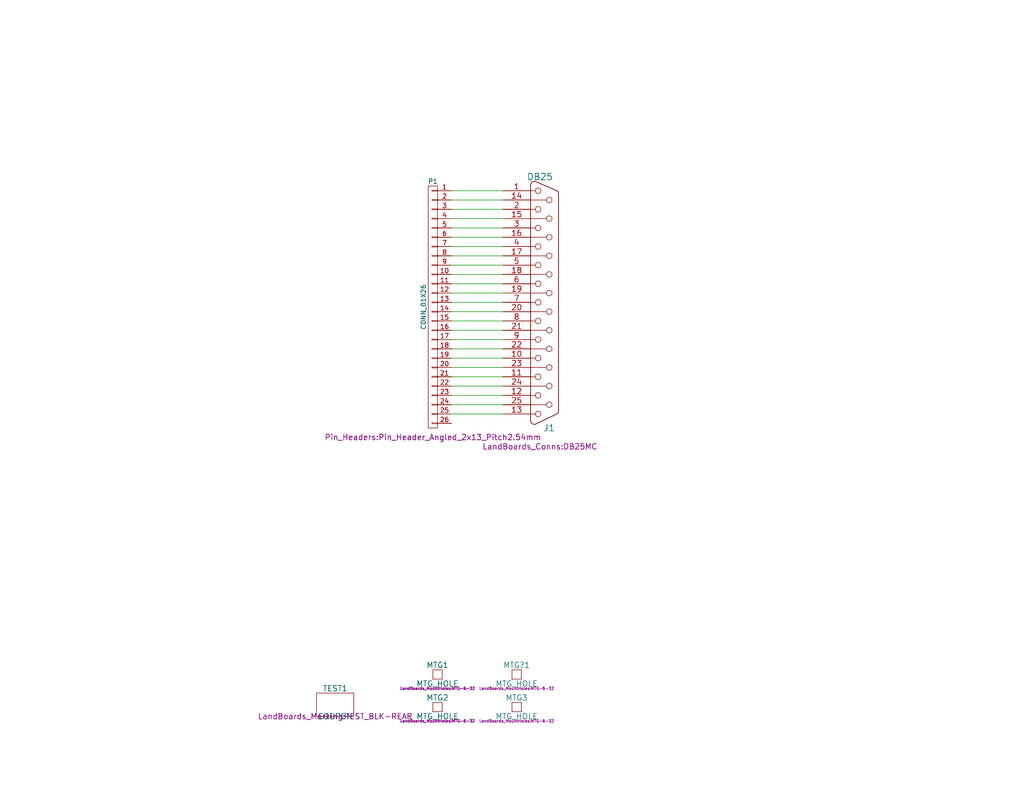
<source format=kicad_sch>
(kicad_sch (version 20211123) (generator eeschema)
  (paper "A")
  (title_block (title "DB25 RIBBON ADAPTER") (date "2022-06-18") (rev "X1") (company "land-boards.com"))
  (lib_symbols
    (symbol "DB25RIBBONADAPTER-rescue:CONN_01X26" (pin_names (offset 1.016) hide)
      (property "Reference" "P" (at 0 34.29 0))
      (property "Value" "CONN_01X26" (at 2.54 0 90))
      (symbol "CONN_01X26_0_1"
        (rectangle (start -1.27 -33.02) (end 1.27 33.02))
        (rectangle (start -1.27 -31.623) (end 0.254 -31.877))
        (rectangle (start -1.27 -29.083) (end 0.254 -29.337))
        (rectangle (start -1.27 -26.543) (end 0.254 -26.797))
        (rectangle (start -1.27 -24.003) (end 0.254 -24.257))
        (rectangle (start -1.27 -21.463) (end 0.254 -21.717))
        (rectangle (start -1.27 -18.923) (end 0.254 -19.177))
        (rectangle (start -1.27 -16.383) (end 0.254 -16.637))
        (rectangle (start -1.27 -13.843) (end 0.254 -14.097))
        (rectangle (start -1.27 -11.303) (end 0.254 -11.557))
        (rectangle (start -1.27 -8.763) (end 0.254 -9.017))
        (rectangle (start -1.27 -6.223) (end 0.254 -6.477))
        (rectangle (start -1.27 -3.683) (end 0.254 -3.937))
        (rectangle (start -1.27 -1.143) (end 0.254 -1.397))
        (rectangle (start -1.27 1.397) (end 0.254 1.143))
        (rectangle (start -1.27 3.937) (end 0.254 3.683))
        (rectangle (start -1.27 6.477) (end 0.254 6.223))
        (rectangle (start -1.27 9.017) (end 0.254 8.763))
        (rectangle (start -1.27 11.557) (end 0.254 11.303))
        (rectangle (start -1.27 14.097) (end 0.254 13.843))
        (rectangle (start -1.27 16.637) (end 0.254 16.383))
        (rectangle (start -1.27 19.177) (end 0.254 18.923))
        (rectangle (start -1.27 21.717) (end 0.254 21.463))
        (rectangle (start -1.27 24.257) (end 0.254 24.003))
        (rectangle (start -1.27 26.797) (end 0.254 26.543))
        (rectangle (start -1.27 29.337) (end 0.254 29.083))
        (rectangle (start -1.27 31.877) (end 0.254 31.623))
      )
      (symbol "CONN_01X26_1_1"
        (pin passive line (at -5.08 31.75 0) (length 3.81) (name "P1") (number "1"))
        (pin passive line (at -5.08 8.89 0) (length 3.81) (name "P10") (number "10"))
        (pin passive line (at -5.08 6.35 0) (length 3.81) (name "P11") (number "11"))
        (pin passive line (at -5.08 3.81 0) (length 3.81) (name "P12") (number "12"))
        (pin passive line (at -5.08 1.27 0) (length 3.81) (name "P13") (number "13"))
        (pin passive line (at -5.08 -1.27 0) (length 3.81) (name "P14") (number "14"))
        (pin passive line (at -5.08 -3.81 0) (length 3.81) (name "P15") (number "15"))
        (pin passive line (at -5.08 -6.35 0) (length 3.81) (name "P16") (number "16"))
        (pin passive line (at -5.08 -8.89 0) (length 3.81) (name "P17") (number "17"))
        (pin passive line (at -5.08 -11.43 0) (length 3.81) (name "P18") (number "18"))
        (pin passive line (at -5.08 -13.97 0) (length 3.81) (name "P19") (number "19"))
        (pin passive line (at -5.08 29.21 0) (length 3.81) (name "P2") (number "2"))
        (pin passive line (at -5.08 -16.51 0) (length 3.81) (name "P20") (number "20"))
        (pin passive line (at -5.08 -19.05 0) (length 3.81) (name "P21") (number "21"))
        (pin passive line (at -5.08 -21.59 0) (length 3.81) (name "P22") (number "22"))
        (pin passive line (at -5.08 -24.13 0) (length 3.81) (name "P23") (number "23"))
        (pin passive line (at -5.08 -26.67 0) (length 3.81) (name "P24") (number "24"))
        (pin passive line (at -5.08 -29.21 0) (length 3.81) (name "P25") (number "25"))
        (pin passive line (at -5.08 -31.75 0) (length 3.81) (name "P26") (number "26"))
        (pin passive line (at -5.08 26.67 0) (length 3.81) (name "P3") (number "3"))
        (pin passive line (at -5.08 24.13 0) (length 3.81) (name "P4") (number "4"))
        (pin passive line (at -5.08 21.59 0) (length 3.81) (name "P5") (number "5"))
        (pin passive line (at -5.08 19.05 0) (length 3.81) (name "P6") (number "6"))
        (pin passive line (at -5.08 16.51 0) (length 3.81) (name "P7") (number "7"))
        (pin passive line (at -5.08 13.97 0) (length 3.81) (name "P8") (number "8"))
        (pin passive line (at -5.08 11.43 0) (length 3.81) (name "P9") (number "9"))
      )
    )
    (symbol "DB25RIBBONADAPTER-rescue:COUPON" (pin_names (offset 1.016))
      (property "Reference" "COUP?" (at 0 0 0))
      (property "Value" "COUPON" (at 0 0 0))
      (symbol "COUPON_0_1"
        (rectangle (start -5.08 0) (end 5.08 6.35))
      )
    )
    (symbol "DB25RIBBONADAPTER-rescue:DB25" (pin_names (offset 1.016) hide)
      (property "Reference" "J" (at 1.27 34.29 0))
      (property "Value" "DB25" (at -1.27 -34.29 0))
      (symbol "DB25_0_1"
        (arc (start -3.81 -32.004) (mid -3.4118 -32.8103) (end -2.54 -33.02) (stroke (width 0.2032)))
        (arc (start -2.54 33.274) (mid -3.4192 33.0712) (end -3.81 32.258) (stroke (width 0.2032)))
        (circle (center -1.778 -30.48) (radius 0.762))
        (circle (center -1.778 -25.4) (radius 0.762))
        (circle (center -1.778 -20.32) (radius 0.762))
        (circle (center -1.778 -15.24) (radius 0.762))
        (circle (center -1.778 -10.16) (radius 0.762))
        (circle (center -1.778 -5.08) (radius 0.762))
        (circle (center -1.778 0) (radius 0.762))
        (circle (center -1.778 5.08) (radius 0.762))
        (circle (center -1.778 10.16) (radius 0.762))
        (circle (center -1.778 15.24) (radius 0.762))
        (circle (center -1.778 20.32) (radius 0.762))
        (circle (center -1.778 25.4) (radius 0.762))
        (circle (center -1.778 30.48) (radius 0.762))
        (polyline (pts (xy -3.81 -32.004) (xy -3.81 32.258)) (stroke (width 0.2032)))
        (polyline (pts (xy -3.81 -30.48) (xy -2.54 -30.48)))
        (polyline (pts (xy -3.81 -27.94) (xy 0.508 -27.94)))
        (polyline (pts (xy -3.81 -25.4) (xy -2.54 -25.4)))
        (polyline (pts (xy -3.81 -22.86) (xy 0.508 -22.86)))
        (polyline (pts (xy -3.81 -20.32) (xy -2.54 -20.32)))
        (polyline (pts (xy -3.81 -17.78) (xy 0.508 -17.78)))
        (polyline (pts (xy -3.81 -15.24) (xy -2.54 -15.24)))
        (polyline (pts (xy -3.81 -12.7) (xy 0.508 -12.7)))
        (polyline (pts (xy -3.81 -10.16) (xy -2.54 -10.16)))
        (polyline (pts (xy -3.81 -7.62) (xy 0.508 -7.62)))
        (polyline (pts (xy -3.81 -5.08) (xy -2.54 -5.08)))
        (polyline (pts (xy -3.81 -2.54) (xy 0.508 -2.54)))
        (polyline (pts (xy -3.81 0) (xy -2.54 0)))
        (polyline (pts (xy -3.81 2.54) (xy 0.508 2.54)))
        (polyline (pts (xy -3.81 5.08) (xy -2.54 5.08)))
        (polyline (pts (xy -3.81 7.62) (xy 0.508 7.62)))
        (polyline (pts (xy -3.81 10.16) (xy -2.54 10.16)))
        (polyline (pts (xy -3.81 12.7) (xy 0.508 12.7)))
        (polyline (pts (xy -3.81 15.24) (xy -2.54 15.24)))
        (polyline (pts (xy -3.81 17.78) (xy 0.508 17.78)))
        (polyline (pts (xy -3.81 20.32) (xy -2.54 20.32)))
        (polyline (pts (xy -3.81 22.86) (xy 0.508 22.86)))
        (polyline (pts (xy -3.81 25.4) (xy -2.54 25.4)))
        (polyline (pts (xy -3.81 27.94) (xy 0.508 27.94)))
        (polyline (pts (xy -3.81 30.48) (xy -2.54 30.48)))
        (polyline (pts (xy -2.54 -33.02) (xy 3.302 -30.48)) (stroke (width 0.2032)))
        (polyline (pts (xy 3.302 30.48) (xy -2.54 33.274)) (stroke (width 0.2032)))
        (polyline (pts (xy 3.81 -29.718) (xy 3.81 29.718)) (stroke (width 0.2032)))
        (circle (center 1.27 -27.94) (radius 0.762))
        (circle (center 1.27 -22.86) (radius 0.762))
        (circle (center 1.27 -17.78) (radius 0.762))
        (circle (center 1.27 -12.7) (radius 0.762))
        (circle (center 1.27 -7.62) (radius 0.762))
        (circle (center 1.27 -2.54) (radius 0.762))
        (circle (center 1.27 2.54) (radius 0.762))
        (circle (center 1.27 7.62) (radius 0.762))
        (circle (center 1.27 12.7) (radius 0.762))
        (circle (center 1.27 17.78) (radius 0.762))
        (circle (center 1.27 22.86) (radius 0.762))
        (circle (center 1.27 27.94) (radius 0.762))
        (arc (start 3.302 -30.48) (mid 3.6653 -30.1718) (end 3.81 -29.718) (stroke (width 0.2032)))
        (arc (start 3.7846 29.718) (mid 3.654 30.1598) (end 3.302 30.4546) (stroke (width 0.2032)))
      )
      (symbol "DB25_1_1"
        (pin passive line (at -11.43 -30.48 0) (length 7.62) (name "1") (number "1"))
        (pin passive line (at -11.43 15.24 0) (length 7.62) (name "10") (number "10"))
        (pin passive line (at -11.43 20.32 0) (length 7.62) (name "11") (number "11"))
        (pin passive line (at -11.43 25.4 0) (length 7.62) (name "12") (number "12"))
        (pin passive line (at -11.43 30.48 0) (length 7.62) (name "13") (number "13"))
        (pin passive line (at -11.43 -27.94 0) (length 7.62) (name "P14") (number "14"))
        (pin passive line (at -11.43 -22.86 0) (length 7.62) (name "P15") (number "15"))
        (pin passive line (at -11.43 -17.78 0) (length 7.62) (name "P16") (number "16"))
        (pin passive line (at -11.43 -12.7 0) (length 7.62) (name "P17") (number "17"))
        (pin passive line (at -11.43 -7.62 0) (length 7.62) (name "P18") (number "18"))
        (pin passive line (at -11.43 -2.54 0) (length 7.62) (name "P19") (number "19"))
        (pin passive line (at -11.43 -25.4 0) (length 7.62) (name "2") (number "2"))
        (pin passive line (at -11.43 2.54 0) (length 7.62) (name "P20") (number "20"))
        (pin passive line (at -11.43 7.62 0) (length 7.62) (name "P21") (number "21"))
        (pin passive line (at -11.43 12.7 0) (length 7.62) (name "P22") (number "22"))
        (pin passive line (at -11.43 17.78 0) (length 7.62) (name "P23") (number "23"))
        (pin passive line (at -11.43 22.86 0) (length 7.62) (name "P24") (number "24"))
        (pin passive line (at -11.43 27.94 0) (length 7.62) (name "P25") (number "25"))
        (pin passive line (at -11.43 -20.32 0) (length 7.62) (name "3") (number "3"))
        (pin passive line (at -11.43 -15.24 0) (length 7.62) (name "4") (number "4"))
        (pin passive line (at -11.43 -10.16 0) (length 7.62) (name "5") (number "5"))
        (pin passive line (at -11.43 -5.08 0) (length 7.62) (name "6") (number "6"))
        (pin passive line (at -11.43 0 0) (length 7.62) (name "7") (number "7"))
        (pin passive line (at -11.43 5.08 0) (length 7.62) (name "8") (number "8"))
        (pin passive line (at -11.43 10.16 0) (length 7.62) (name "9") (number "9"))
      )
    )
    (symbol "DB25RIBBONADAPTER-rescue:MTG_HOLE" (pin_names (offset 1.016))
      (property "Reference" "MTG?" (at 0 2.54 0))
      (property "Value" "MTG_HOLE" (at 0 -2.54 0))
      (symbol "MTG_HOLE_0_1"
        (rectangle (start -1.27 -1.27) (end 1.27 -1.27))
        (rectangle (start -1.27 1.27) (end -1.27 -1.27))
        (rectangle (start 1.27 1.27) (end -1.27 1.27))
        (rectangle (start 1.27 1.27) (end 1.27 -1.27))
      )
    )
  )
  (wire (pts (xy 137.16 113.03) (xy 123.19 113.03)))
  (wire (pts (xy 137.16 97.79) (xy 123.19 97.79)))
  (wire (pts (xy 137.16 54.61) (xy 123.19 54.61)))
  (wire (pts (xy 137.16 64.77) (xy 123.19 64.77)))
  (wire (pts (xy 137.16 59.69) (xy 123.19 59.69)))
  (wire (pts (xy 137.16 100.33) (xy 123.19 100.33)))
  (wire (pts (xy 137.16 67.31) (xy 123.19 67.31)))
  (wire (pts (xy 137.16 72.39) (xy 123.19 72.39)))
  (wire (pts (xy 137.16 85.09) (xy 123.19 85.09)))
  (wire (pts (xy 137.16 90.17) (xy 123.19 90.17)))
  (wire (pts (xy 137.16 87.63) (xy 123.19 87.63)))
  (wire (pts (xy 137.16 110.49) (xy 123.19 110.49)))
  (wire (pts (xy 137.16 95.25) (xy 123.19 95.25)))
  (wire (pts (xy 137.16 107.95) (xy 123.19 107.95)))
  (wire (pts (xy 137.16 62.23) (xy 123.19 62.23)))
  (wire (pts (xy 137.16 74.93) (xy 123.19 74.93)))
  (wire (pts (xy 137.16 77.47) (xy 123.19 77.47)))
  (wire (pts (xy 137.16 69.85) (xy 123.19 69.85)))
  (wire (pts (xy 137.16 92.71) (xy 123.19 92.71)))
  (wire (pts (xy 137.16 80.01) (xy 123.19 80.01)))
  (wire (pts (xy 137.16 52.07) (xy 123.19 52.07)))
  (wire (pts (xy 137.16 57.15) (xy 123.19 57.15)))
  (wire (pts (xy 137.16 82.55) (xy 123.19 82.55)))
  (wire (pts (xy 137.16 102.87) (xy 123.19 102.87)))
  (wire (pts (xy 137.16 105.41) (xy 123.19 105.41)))
  (symbol (lib_id "DB25RIBBONADAPTER-rescue:MTG_HOLE") (at 140.97 184.15 0) (unit 1)
    (property "Reference" "MTG?1" (at 140.97 181.61 0) (effects (font (size 1.524 1.524))))
    (property "Value" "MTG_HOLE" (at 140.97 186.69 0) (effects (font (size 1.524 1.524))))
    (property "Footprint" "LandBoards_MountHoles:MTG-6-32" (at 140.97 187.96 0) (effects (font (size 0.762 0.762))))
  )
  (symbol (lib_id "DB25RIBBONADAPTER-rescue:MTG_HOLE") (at 140.97 193.04 0) (unit 1)
    (property "Reference" "MTG3" (at 140.97 190.5 0) (effects (font (size 1.524 1.524))))
    (property "Value" "MTG_HOLE" (at 140.97 195.58 0) (effects (font (size 1.524 1.524))))
    (property "Footprint" "LandBoards_MountHoles:MTG-6-32" (at 140.97 196.85 0) (effects (font (size 0.762 0.762))))
  )
  (symbol (lib_id "DB25RIBBONADAPTER-rescue:MTG_HOLE") (at 119.38 193.04 0) (unit 1)
    (property "Reference" "MTG2" (at 119.38 190.5 0) (effects (font (size 1.524 1.524))))
    (property "Value" "MTG_HOLE" (at 119.38 195.58 0) (effects (font (size 1.524 1.524))))
    (property "Footprint" "LandBoards_MountHoles:MTG-6-32" (at 119.38 196.85 0) (effects (font (size 0.762 0.762))))
  )
  (symbol (lib_id "DB25RIBBONADAPTER-rescue:MTG_HOLE") (at 119.38 184.15 0) (unit 1)
    (property "Reference" "MTG1" (at 119.38 181.61 0) (effects (font (size 1.524 1.524))))
    (property "Value" "MTG_HOLE" (at 119.38 186.69 0) (effects (font (size 1.524 1.524))))
    (property "Footprint" "LandBoards_MountHoles:MTG-6-32" (at 119.38 187.96 0) (effects (font (size 0.762 0.762))))
  )
  (symbol (lib_id "DB25RIBBONADAPTER-rescue:COUPON") (at 91.44 195.58 0) (unit 1)
    (property "Reference" "TEST1" (at 91.44 187.96 0) (effects (font (size 1.524 1.524))))
    (property "Value" "COUPON" (at 91.44 195.58 0) (effects (font (size 1.524 1.524))))
    (property "Footprint" "LandBoards_Marking:TEST_BLK-REAR" (at 91.44 195.58 0) (effects (font (size 1.524 1.524))))
  )
  (symbol (lib_id "DB25RIBBONADAPTER-rescue:DB25") (at 148.59 82.55 0) (mirror x) (unit 1)
    (property "Reference" "J1" (at 149.86 116.84 0) (effects (font (size 1.778 1.778))))
    (property "Value" "DB25" (at 147.32 48.26 0) (effects (font (size 1.778 1.778))))
    (property "Footprint" "LandBoards_Conns:DB25MC" (at 147.32 121.92 0) (effects (font (size 1.524 1.524))))
  )
  (symbol (lib_id "DB25RIBBONADAPTER-rescue:CONN_01X26") (at 118.11 83.82 0) (mirror y) (unit 1)
    (property "Reference" "P1" (at 118.11 49.53 0))
    (property "Value" "CONN_01X26" (at 115.57 83.82 90))
    (property "Footprint" "Pin_Headers:Pin_Header_Angled_2x13_Pitch2.54mm" (at 118.11 119.38 0) (effects (font (size 1.524 1.524))))
  )
)
</source>
